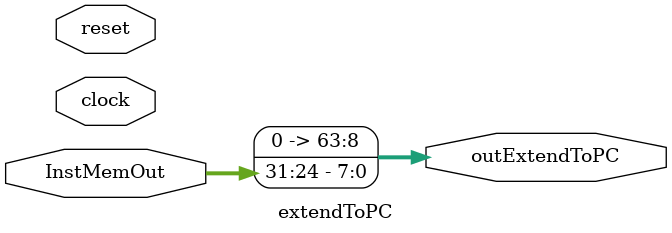
<source format=sv>
module extendToPC (	input logic clock, reset,
                    input logic [31:0] InstMemOut,
                    output logic [63:0] outExtendToPC  
);

// [31:24] Sao os 8 bits mais significativos

assign outExtendToPC = {56'd0, InstMemOut[31:24]};

endmodule


</source>
